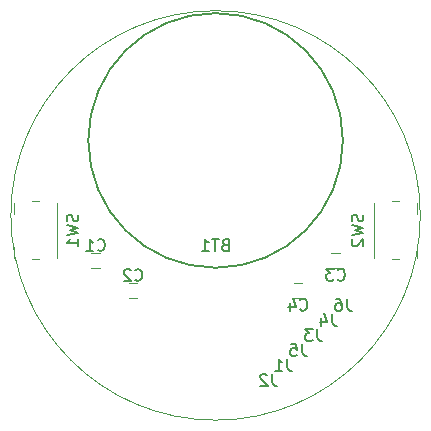
<source format=gbo>
G04 #@! TF.FileFunction,Legend,Bot*
%FSLAX46Y46*%
G04 Gerber Fmt 4.6, Leading zero omitted, Abs format (unit mm)*
<<<<<<< HEAD
G04 Created by KiCad (PCBNEW 4.0.7) date 07/30/18 21:48:31*
=======
G04 Created by KiCad (PCBNEW 4.0.7) date 07/30/18 21:39:11*
>>>>>>> cbc142635f171b2b9dda2a2c517546dd7c231198
%MOMM*%
%LPD*%
G01*
G04 APERTURE LIST*
%ADD10C,0.100000*%
%ADD11C,0.150000*%
%ADD12C,0.120000*%
G04 APERTURE END LIST*
D10*
<<<<<<< HEAD
=======
X166557127Y-106045000D02*
G75*
G03X166557127Y-106045000I-17332127J0D01*
G01*
>>>>>>> cbc142635f171b2b9dda2a2c517546dd7c231198
D11*
X160001307Y-99695000D02*
G75*
G03X160001307Y-99695000I-10776307J0D01*
G01*
D12*
X132135000Y-109665000D02*
X132135000Y-108740000D01*
X135835000Y-109665000D02*
X135835000Y-104965000D01*
X134260000Y-104865000D02*
X133710000Y-104865000D01*
X134260000Y-109765000D02*
X133710000Y-109765000D01*
X132135000Y-105890000D02*
X132135000Y-104965000D01*
X166315000Y-104965000D02*
X166315000Y-105890000D01*
X162615000Y-104965000D02*
X162615000Y-109665000D01*
X164190000Y-109765000D02*
X164740000Y-109765000D01*
X164190000Y-104865000D02*
X164740000Y-104865000D01*
X166315000Y-108740000D02*
X166315000Y-109665000D01*
X139415000Y-109255000D02*
X138715000Y-109255000D01*
X138715000Y-110455000D02*
X139415000Y-110455000D01*
X142590000Y-111795000D02*
X141890000Y-111795000D01*
X141890000Y-112995000D02*
X142590000Y-112995000D01*
X159035000Y-110455000D02*
X159735000Y-110455000D01*
X159735000Y-109255000D02*
X159035000Y-109255000D01*
X155860000Y-112995000D02*
X156560000Y-112995000D01*
X156560000Y-111795000D02*
X155860000Y-111795000D01*
D11*
X150010714Y-108513571D02*
X149867857Y-108561190D01*
X149820238Y-108608810D01*
X149772619Y-108704048D01*
X149772619Y-108846905D01*
X149820238Y-108942143D01*
X149867857Y-108989762D01*
X149963095Y-109037381D01*
X150344048Y-109037381D01*
X150344048Y-108037381D01*
X150010714Y-108037381D01*
X149915476Y-108085000D01*
X149867857Y-108132619D01*
X149820238Y-108227857D01*
X149820238Y-108323095D01*
X149867857Y-108418333D01*
X149915476Y-108465952D01*
X150010714Y-108513571D01*
X150344048Y-108513571D01*
X149486905Y-108037381D02*
X148915476Y-108037381D01*
X149201191Y-109037381D02*
X149201191Y-108037381D01*
X148058333Y-109037381D02*
X148629762Y-109037381D01*
X148344048Y-109037381D02*
X148344048Y-108037381D01*
X148439286Y-108180238D01*
X148534524Y-108275476D01*
X148629762Y-108323095D01*
X155273333Y-118197381D02*
X155273333Y-118911667D01*
X155320953Y-119054524D01*
X155416191Y-119149762D01*
X155559048Y-119197381D01*
X155654286Y-119197381D01*
X154273333Y-119197381D02*
X154844762Y-119197381D01*
X154559048Y-119197381D02*
X154559048Y-118197381D01*
X154654286Y-118340238D01*
X154749524Y-118435476D01*
X154844762Y-118483095D01*
X154003333Y-119467381D02*
X154003333Y-120181667D01*
X154050953Y-120324524D01*
X154146191Y-120419762D01*
X154289048Y-120467381D01*
X154384286Y-120467381D01*
X153574762Y-119562619D02*
X153527143Y-119515000D01*
X153431905Y-119467381D01*
X153193809Y-119467381D01*
X153098571Y-119515000D01*
X153050952Y-119562619D01*
X153003333Y-119657857D01*
X153003333Y-119753095D01*
X153050952Y-119895952D01*
X153622381Y-120467381D01*
X153003333Y-120467381D01*
X157813333Y-115657381D02*
X157813333Y-116371667D01*
X157860953Y-116514524D01*
X157956191Y-116609762D01*
X158099048Y-116657381D01*
X158194286Y-116657381D01*
X157432381Y-115657381D02*
X156813333Y-115657381D01*
X157146667Y-116038333D01*
X157003809Y-116038333D01*
X156908571Y-116085952D01*
X156860952Y-116133571D01*
X156813333Y-116228810D01*
X156813333Y-116466905D01*
X156860952Y-116562143D01*
X156908571Y-116609762D01*
X157003809Y-116657381D01*
X157289524Y-116657381D01*
X157384762Y-116609762D01*
X157432381Y-116562143D01*
X159083333Y-114387381D02*
X159083333Y-115101667D01*
X159130953Y-115244524D01*
X159226191Y-115339762D01*
X159369048Y-115387381D01*
X159464286Y-115387381D01*
X158178571Y-114720714D02*
X158178571Y-115387381D01*
X158416667Y-114339762D02*
X158654762Y-115054048D01*
X158035714Y-115054048D01*
X156543333Y-116927381D02*
X156543333Y-117641667D01*
X156590953Y-117784524D01*
X156686191Y-117879762D01*
X156829048Y-117927381D01*
X156924286Y-117927381D01*
X155590952Y-116927381D02*
X156067143Y-116927381D01*
X156114762Y-117403571D01*
X156067143Y-117355952D01*
X155971905Y-117308333D01*
X155733809Y-117308333D01*
X155638571Y-117355952D01*
X155590952Y-117403571D01*
X155543333Y-117498810D01*
X155543333Y-117736905D01*
X155590952Y-117832143D01*
X155638571Y-117879762D01*
X155733809Y-117927381D01*
X155971905Y-117927381D01*
X156067143Y-117879762D01*
X156114762Y-117832143D01*
X160353333Y-113117381D02*
X160353333Y-113831667D01*
X160400953Y-113974524D01*
X160496191Y-114069762D01*
X160639048Y-114117381D01*
X160734286Y-114117381D01*
X159448571Y-113117381D02*
X159639048Y-113117381D01*
X159734286Y-113165000D01*
X159781905Y-113212619D01*
X159877143Y-113355476D01*
X159924762Y-113545952D01*
X159924762Y-113926905D01*
X159877143Y-114022143D01*
X159829524Y-114069762D01*
X159734286Y-114117381D01*
X159543809Y-114117381D01*
X159448571Y-114069762D01*
X159400952Y-114022143D01*
X159353333Y-113926905D01*
X159353333Y-113688810D01*
X159400952Y-113593571D01*
X159448571Y-113545952D01*
X159543809Y-113498333D01*
X159734286Y-113498333D01*
X159829524Y-113545952D01*
X159877143Y-113593571D01*
X159924762Y-113688810D01*
X137564762Y-105981667D02*
X137612381Y-106124524D01*
X137612381Y-106362620D01*
X137564762Y-106457858D01*
X137517143Y-106505477D01*
X137421905Y-106553096D01*
X137326667Y-106553096D01*
X137231429Y-106505477D01*
X137183810Y-106457858D01*
X137136190Y-106362620D01*
X137088571Y-106172143D01*
X137040952Y-106076905D01*
X136993333Y-106029286D01*
X136898095Y-105981667D01*
X136802857Y-105981667D01*
X136707619Y-106029286D01*
X136660000Y-106076905D01*
X136612381Y-106172143D01*
X136612381Y-106410239D01*
X136660000Y-106553096D01*
X136612381Y-106886429D02*
X137612381Y-107124524D01*
X136898095Y-107315001D01*
X137612381Y-107505477D01*
X136612381Y-107743572D01*
X137612381Y-108648334D02*
X137612381Y-108076905D01*
X137612381Y-108362619D02*
X136612381Y-108362619D01*
X136755238Y-108267381D01*
X136850476Y-108172143D01*
X136898095Y-108076905D01*
X161694762Y-105981667D02*
X161742381Y-106124524D01*
X161742381Y-106362620D01*
X161694762Y-106457858D01*
X161647143Y-106505477D01*
X161551905Y-106553096D01*
X161456667Y-106553096D01*
X161361429Y-106505477D01*
X161313810Y-106457858D01*
X161266190Y-106362620D01*
X161218571Y-106172143D01*
X161170952Y-106076905D01*
X161123333Y-106029286D01*
X161028095Y-105981667D01*
X160932857Y-105981667D01*
X160837619Y-106029286D01*
X160790000Y-106076905D01*
X160742381Y-106172143D01*
X160742381Y-106410239D01*
X160790000Y-106553096D01*
X160742381Y-106886429D02*
X161742381Y-107124524D01*
X161028095Y-107315001D01*
X161742381Y-107505477D01*
X160742381Y-107743572D01*
X160837619Y-108076905D02*
X160790000Y-108124524D01*
X160742381Y-108219762D01*
X160742381Y-108457858D01*
X160790000Y-108553096D01*
X160837619Y-108600715D01*
X160932857Y-108648334D01*
X161028095Y-108648334D01*
X161170952Y-108600715D01*
X161742381Y-108029286D01*
X161742381Y-108648334D01*
X139231666Y-108962143D02*
X139279285Y-109009762D01*
X139422142Y-109057381D01*
X139517380Y-109057381D01*
X139660238Y-109009762D01*
X139755476Y-108914524D01*
X139803095Y-108819286D01*
X139850714Y-108628810D01*
X139850714Y-108485952D01*
X139803095Y-108295476D01*
X139755476Y-108200238D01*
X139660238Y-108105000D01*
X139517380Y-108057381D01*
X139422142Y-108057381D01*
X139279285Y-108105000D01*
X139231666Y-108152619D01*
X138279285Y-109057381D02*
X138850714Y-109057381D01*
X138565000Y-109057381D02*
X138565000Y-108057381D01*
X138660238Y-108200238D01*
X138755476Y-108295476D01*
X138850714Y-108343095D01*
X142406666Y-111502143D02*
X142454285Y-111549762D01*
X142597142Y-111597381D01*
X142692380Y-111597381D01*
X142835238Y-111549762D01*
X142930476Y-111454524D01*
X142978095Y-111359286D01*
X143025714Y-111168810D01*
X143025714Y-111025952D01*
X142978095Y-110835476D01*
X142930476Y-110740238D01*
X142835238Y-110645000D01*
X142692380Y-110597381D01*
X142597142Y-110597381D01*
X142454285Y-110645000D01*
X142406666Y-110692619D01*
X142025714Y-110692619D02*
X141978095Y-110645000D01*
X141882857Y-110597381D01*
X141644761Y-110597381D01*
X141549523Y-110645000D01*
X141501904Y-110692619D01*
X141454285Y-110787857D01*
X141454285Y-110883095D01*
X141501904Y-111025952D01*
X142073333Y-111597381D01*
X141454285Y-111597381D01*
X159551666Y-111462143D02*
X159599285Y-111509762D01*
X159742142Y-111557381D01*
X159837380Y-111557381D01*
X159980238Y-111509762D01*
X160075476Y-111414524D01*
X160123095Y-111319286D01*
X160170714Y-111128810D01*
X160170714Y-110985952D01*
X160123095Y-110795476D01*
X160075476Y-110700238D01*
X159980238Y-110605000D01*
X159837380Y-110557381D01*
X159742142Y-110557381D01*
X159599285Y-110605000D01*
X159551666Y-110652619D01*
X159218333Y-110557381D02*
X158599285Y-110557381D01*
X158932619Y-110938333D01*
X158789761Y-110938333D01*
X158694523Y-110985952D01*
X158646904Y-111033571D01*
X158599285Y-111128810D01*
X158599285Y-111366905D01*
X158646904Y-111462143D01*
X158694523Y-111509762D01*
X158789761Y-111557381D01*
X159075476Y-111557381D01*
X159170714Y-111509762D01*
X159218333Y-111462143D01*
X156376666Y-114002143D02*
X156424285Y-114049762D01*
X156567142Y-114097381D01*
X156662380Y-114097381D01*
X156805238Y-114049762D01*
X156900476Y-113954524D01*
X156948095Y-113859286D01*
X156995714Y-113668810D01*
X156995714Y-113525952D01*
X156948095Y-113335476D01*
X156900476Y-113240238D01*
X156805238Y-113145000D01*
X156662380Y-113097381D01*
X156567142Y-113097381D01*
X156424285Y-113145000D01*
X156376666Y-113192619D01*
X155519523Y-113430714D02*
X155519523Y-114097381D01*
X155757619Y-113049762D02*
X155995714Y-113764048D01*
X155376666Y-113764048D01*
M02*

</source>
